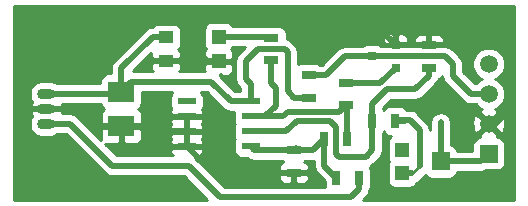
<source format=gtl>
G04 #@! TF.FileFunction,Copper,L1,Top,Signal*
%FSLAX46Y46*%
G04 Gerber Fmt 4.6, Leading zero omitted, Abs format (unit mm)*
G04 Created by KiCad (PCBNEW 4.0.1-stable) date Tuesday, March 29, 2016 'AMt' 12:53:49 AM*
%MOMM*%
G01*
G04 APERTURE LIST*
%ADD10C,0.100000*%
%ADD11R,2.230000X1.800000*%
%ADD12R,1.250000X1.000000*%
%ADD13R,1.198880X1.198880*%
%ADD14R,1.500000X1.500000*%
%ADD15C,1.500000*%
%ADD16R,0.800100X0.800100*%
%ADD17R,0.700000X1.300000*%
%ADD18R,1.300000X0.700000*%
%ADD19R,1.200000X1.200000*%
%ADD20R,1.500000X1.600000*%
%ADD21O,1.501140X0.899160*%
%ADD22R,1.550000X0.600000*%
%ADD23C,0.508000*%
%ADD24C,0.250000*%
%ADD25C,0.254000*%
G04 APERTURE END LIST*
D10*
D11*
X127635000Y-104330000D03*
X127635000Y-101410000D03*
D12*
X131445000Y-96790000D03*
X131445000Y-98790000D03*
D13*
X135890000Y-96740980D03*
X135890000Y-98839020D03*
D14*
X158750000Y-106680000D03*
D15*
X158750000Y-104140000D03*
X158750000Y-101600000D03*
X158750000Y-99060000D03*
D16*
X150860760Y-99375000D03*
X150860760Y-97475000D03*
X148861780Y-98425000D03*
D17*
X148910000Y-103886000D03*
X150810000Y-103886000D03*
D18*
X153670000Y-97475000D03*
X153670000Y-99375000D03*
D17*
X147762000Y-108712000D03*
X145862000Y-108712000D03*
D18*
X142240000Y-106365000D03*
X142240000Y-108265000D03*
D17*
X146746000Y-105410000D03*
X144846000Y-105410000D03*
D18*
X140335000Y-98740000D03*
X140335000Y-96840000D03*
X146685000Y-100650000D03*
X146685000Y-102550000D03*
X143510000Y-101915000D03*
X143510000Y-100015000D03*
D19*
X151435000Y-106315000D03*
X151435000Y-108315000D03*
D20*
X154685000Y-107315000D03*
D21*
X121285000Y-102870000D03*
X121285000Y-104140000D03*
X121285000Y-101600000D03*
D22*
X133190000Y-102235000D03*
X133190000Y-103505000D03*
X133190000Y-104775000D03*
X133190000Y-106045000D03*
X138590000Y-106045000D03*
X138590000Y-104775000D03*
X138590000Y-103505000D03*
X138590000Y-102235000D03*
D23*
X129667000Y-104267000D02*
X130937000Y-104267000D01*
X130937000Y-104267000D02*
X131445000Y-104775000D01*
X121285000Y-102870000D02*
X119888000Y-102870000D01*
X133858000Y-95504000D02*
X134112000Y-95758000D01*
X129667000Y-95504000D02*
X133858000Y-95504000D01*
X125730000Y-99441000D02*
X129667000Y-95504000D01*
X121158000Y-99441000D02*
X125730000Y-99441000D01*
X119634000Y-100965000D02*
X121158000Y-99441000D01*
X119634000Y-102616000D02*
X119634000Y-100965000D01*
X119888000Y-102870000D02*
X119634000Y-102616000D01*
X153670000Y-97475000D02*
X156779000Y-97475000D01*
X160528000Y-102870000D02*
X159258000Y-104140000D01*
X160528000Y-97536000D02*
X160528000Y-102870000D01*
X160274000Y-97282000D02*
X160528000Y-97536000D01*
X156972000Y-97282000D02*
X160274000Y-97282000D01*
X156779000Y-97475000D02*
X156972000Y-97282000D01*
X159258000Y-104140000D02*
X158750000Y-104140000D01*
X135890000Y-98839020D02*
X134907020Y-98839020D01*
X134907020Y-98839020D02*
X134112000Y-98044000D01*
X134112000Y-98044000D02*
X134112000Y-95758000D01*
X148381760Y-94996000D02*
X150860760Y-97475000D01*
X134112000Y-95758000D02*
X134874000Y-94996000D01*
X134874000Y-94996000D02*
X148381760Y-94996000D01*
X121285000Y-102870000D02*
X124460000Y-102870000D01*
X124460000Y-102870000D02*
X125920000Y-104330000D01*
X125920000Y-104330000D02*
X127635000Y-104330000D01*
X142240000Y-108265000D02*
X140777000Y-108265000D01*
X134587000Y-107442000D02*
X133190000Y-106045000D01*
X139954000Y-107442000D02*
X134587000Y-107442000D01*
X140777000Y-108265000D02*
X139954000Y-107442000D01*
X133190000Y-104775000D02*
X131445000Y-104775000D01*
X135890000Y-98839020D02*
X131494020Y-98839020D01*
X129667000Y-104267000D02*
X129604000Y-104330000D01*
X129604000Y-104330000D02*
X127635000Y-104330000D01*
X133190000Y-103505000D02*
X133190000Y-104775000D01*
X133190000Y-104775000D02*
X133190000Y-106045000D01*
X150860760Y-97475000D02*
X153670000Y-97475000D01*
X138590000Y-102235000D02*
X136906000Y-102235000D01*
X135255000Y-100584000D02*
X128461000Y-100584000D01*
X136906000Y-102235000D02*
X135255000Y-100584000D01*
X128461000Y-100584000D02*
X127635000Y-101410000D01*
X154685000Y-107315000D02*
X154685000Y-104012000D01*
X121285000Y-101600000D02*
X127445000Y-101600000D01*
X127445000Y-101600000D02*
X127635000Y-101410000D01*
X131445000Y-96790000D02*
X130286000Y-96790000D01*
X127635000Y-99441000D02*
X127635000Y-101410000D01*
X130286000Y-96790000D02*
X127635000Y-99441000D01*
X138590000Y-102235000D02*
X138590000Y-100744000D01*
X141732000Y-98044000D02*
X141732000Y-101346000D01*
X141732000Y-101346000D02*
X142301000Y-101915000D01*
X142301000Y-101915000D02*
X143510000Y-101915000D01*
X141478000Y-97790000D02*
X141732000Y-98044000D01*
X139192000Y-97790000D02*
X141478000Y-97790000D01*
X138176000Y-98806000D02*
X139192000Y-97790000D01*
X138176000Y-100330000D02*
X138176000Y-98806000D01*
X138590000Y-100744000D02*
X138176000Y-100330000D01*
X154685000Y-107315000D02*
X158115000Y-107315000D01*
X158115000Y-107315000D02*
X158750000Y-106680000D01*
X135890000Y-96740980D02*
X140235980Y-96740980D01*
X140235980Y-96740980D02*
X140335000Y-96840000D01*
X148861780Y-98425000D02*
X155067000Y-98425000D01*
X157226000Y-101600000D02*
X158750000Y-101600000D01*
X155702000Y-100076000D02*
X157226000Y-101600000D01*
X155702000Y-99060000D02*
X155702000Y-100076000D01*
X155067000Y-98425000D02*
X155702000Y-99060000D01*
X143510000Y-100015000D02*
X144968000Y-100015000D01*
X146558000Y-98425000D02*
X148861780Y-98425000D01*
X144968000Y-100015000D02*
X146558000Y-98425000D01*
X121285000Y-104140000D02*
X123317000Y-104140000D01*
X147762000Y-109667000D02*
X147762000Y-108712000D01*
X147066000Y-110363000D02*
X147762000Y-109667000D01*
X136017000Y-110363000D02*
X147066000Y-110363000D01*
X133350000Y-107696000D02*
X136017000Y-110363000D01*
X126873000Y-107696000D02*
X133350000Y-107696000D01*
X123317000Y-104140000D02*
X126873000Y-107696000D01*
X146685000Y-100650000D02*
X149585760Y-100650000D01*
X149585760Y-100650000D02*
X150860760Y-99375000D01*
X148910000Y-103886000D02*
X148910000Y-102423000D01*
X153670000Y-100076000D02*
X153670000Y-99375000D01*
X152527000Y-101219000D02*
X153670000Y-100076000D01*
X150114000Y-101219000D02*
X152527000Y-101219000D01*
X148910000Y-102423000D02*
X150114000Y-101219000D01*
X138590000Y-104775000D02*
X141605000Y-104775000D01*
X148910000Y-106360000D02*
X148910000Y-103886000D01*
X148336000Y-106934000D02*
X148910000Y-106360000D01*
X146050000Y-106934000D02*
X148336000Y-106934000D01*
X145796000Y-106680000D02*
X146050000Y-106934000D01*
X145796000Y-104394000D02*
X145796000Y-106680000D01*
X145288000Y-103886000D02*
X145796000Y-104394000D01*
X142494000Y-103886000D02*
X145288000Y-103886000D01*
X141605000Y-104775000D02*
X142494000Y-103886000D01*
X150810000Y-103886000D02*
X151638000Y-103886000D01*
X151638000Y-103886000D02*
X151638000Y-103820000D01*
X151130000Y-103820000D02*
X151638000Y-103820000D01*
X151638000Y-103820000D02*
X152080000Y-103820000D01*
X152289000Y-108315000D02*
X151435000Y-108315000D01*
D24*
X152908000Y-107696000D02*
X152289000Y-108315000D01*
D23*
X152908000Y-104648000D02*
X152908000Y-107696000D01*
X152080000Y-103820000D02*
X152908000Y-104648000D01*
X142240000Y-106365000D02*
X143891000Y-106365000D01*
X143891000Y-106365000D02*
X144846000Y-105410000D01*
X144846000Y-105410000D02*
X144846000Y-107696000D01*
X144846000Y-107696000D02*
X145862000Y-108712000D01*
X142433000Y-106172000D02*
X142240000Y-106365000D01*
X142240000Y-106365000D02*
X138910000Y-106365000D01*
X138910000Y-106365000D02*
X138590000Y-106045000D01*
X146746000Y-105410000D02*
X146746000Y-102611000D01*
X146746000Y-102611000D02*
X146685000Y-102550000D01*
X139827000Y-103505000D02*
X141351000Y-103505000D01*
X146111000Y-103124000D02*
X146685000Y-102550000D01*
X141732000Y-103124000D02*
X146111000Y-103124000D01*
X141351000Y-103505000D02*
X141732000Y-103124000D01*
X138590000Y-103505000D02*
X139827000Y-103505000D01*
X140335000Y-100711000D02*
X140335000Y-98740000D01*
X140716000Y-101092000D02*
X140335000Y-100711000D01*
X140716000Y-102616000D02*
X140716000Y-101092000D01*
X139827000Y-103505000D02*
X140716000Y-102616000D01*
D25*
G36*
X160909000Y-110542000D02*
X148144236Y-110542000D01*
X148390618Y-110295618D01*
X148583330Y-110007205D01*
X148642318Y-109710650D01*
X148708431Y-109613890D01*
X148759440Y-109362000D01*
X148759440Y-108062000D01*
X148715162Y-107826683D01*
X148670037Y-107756556D01*
X148676206Y-107755329D01*
X148964618Y-107562618D01*
X149538618Y-106988618D01*
X149731330Y-106700205D01*
X149799000Y-106360000D01*
X149799000Y-104871943D01*
X149856431Y-104787890D01*
X149859081Y-104774803D01*
X149995910Y-104987441D01*
X150208110Y-105132431D01*
X150460000Y-105183440D01*
X150488410Y-105183440D01*
X150383559Y-105250910D01*
X150238569Y-105463110D01*
X150187560Y-105715000D01*
X150187560Y-106915000D01*
X150231838Y-107150317D01*
X150338759Y-107316477D01*
X150238569Y-107463110D01*
X150187560Y-107715000D01*
X150187560Y-108915000D01*
X150231838Y-109150317D01*
X150370910Y-109366441D01*
X150583110Y-109511431D01*
X150835000Y-109562440D01*
X152035000Y-109562440D01*
X152270317Y-109518162D01*
X152486441Y-109379090D01*
X152631431Y-109166890D01*
X152638936Y-109129827D01*
X152917618Y-108943618D01*
X153401955Y-108459281D01*
X153470910Y-108566441D01*
X153683110Y-108711431D01*
X153935000Y-108762440D01*
X155435000Y-108762440D01*
X155670317Y-108718162D01*
X155886441Y-108579090D01*
X156031431Y-108366890D01*
X156064417Y-108204000D01*
X158115000Y-108204000D01*
X158455206Y-108136329D01*
X158543339Y-108077440D01*
X159500000Y-108077440D01*
X159735317Y-108033162D01*
X159951441Y-107894090D01*
X160096431Y-107681890D01*
X160147440Y-107430000D01*
X160147440Y-105930000D01*
X160103162Y-105694683D01*
X159964090Y-105478559D01*
X159751890Y-105333569D01*
X159500000Y-105282560D01*
X159493647Y-105282560D01*
X159541912Y-105111517D01*
X158750000Y-104319605D01*
X157958088Y-105111517D01*
X158006353Y-105282560D01*
X158000000Y-105282560D01*
X157764683Y-105326838D01*
X157548559Y-105465910D01*
X157403569Y-105678110D01*
X157352560Y-105930000D01*
X157352560Y-106426000D01*
X156065693Y-106426000D01*
X156038162Y-106279683D01*
X155899090Y-106063559D01*
X155686890Y-105918569D01*
X155574000Y-105895708D01*
X155574000Y-104012000D01*
X155558718Y-103935171D01*
X157352799Y-103935171D01*
X157380770Y-104485448D01*
X157537540Y-104863923D01*
X157778483Y-104931912D01*
X158570395Y-104140000D01*
X158929605Y-104140000D01*
X159721517Y-104931912D01*
X159962460Y-104863923D01*
X160147201Y-104344829D01*
X160119230Y-103794552D01*
X159962460Y-103416077D01*
X159721517Y-103348088D01*
X158929605Y-104140000D01*
X158570395Y-104140000D01*
X157778483Y-103348088D01*
X157537540Y-103416077D01*
X157352799Y-103935171D01*
X155558718Y-103935171D01*
X155506329Y-103671794D01*
X155313618Y-103383382D01*
X155025206Y-103190671D01*
X154685000Y-103123000D01*
X154344794Y-103190671D01*
X154056382Y-103383382D01*
X153863671Y-103671794D01*
X153796000Y-104012000D01*
X153796000Y-104642973D01*
X153729329Y-104307794D01*
X153536618Y-104019382D01*
X152708618Y-103191382D01*
X152649514Y-103151890D01*
X152420206Y-102998671D01*
X152080000Y-102931000D01*
X151718322Y-102931000D01*
X151624090Y-102784559D01*
X151411890Y-102639569D01*
X151160000Y-102588560D01*
X150460000Y-102588560D01*
X150224683Y-102632838D01*
X150008559Y-102771910D01*
X149863569Y-102984110D01*
X149860919Y-102997197D01*
X149799000Y-102900972D01*
X149799000Y-102791236D01*
X150482236Y-102108000D01*
X152527000Y-102108000D01*
X152867206Y-102040329D01*
X153155618Y-101847618D01*
X154298618Y-100704618D01*
X154379212Y-100584000D01*
X154491329Y-100416206D01*
X154507035Y-100337247D01*
X154555317Y-100328162D01*
X154771441Y-100189090D01*
X154821052Y-100116481D01*
X154880671Y-100416206D01*
X154992788Y-100584000D01*
X155073382Y-100704618D01*
X156597382Y-102228618D01*
X156885794Y-102421329D01*
X157226000Y-102489000D01*
X157680470Y-102489000D01*
X157964436Y-102773461D01*
X158180979Y-102863377D01*
X158026077Y-102927540D01*
X157958088Y-103168483D01*
X158750000Y-103960395D01*
X159541912Y-103168483D01*
X159473923Y-102927540D01*
X159307379Y-102868268D01*
X159533515Y-102774831D01*
X159923461Y-102385564D01*
X160134759Y-101876702D01*
X160135240Y-101325715D01*
X159924831Y-100816485D01*
X159535564Y-100426539D01*
X159303130Y-100330024D01*
X159533515Y-100234831D01*
X159923461Y-99845564D01*
X160134759Y-99336702D01*
X160135240Y-98785715D01*
X159924831Y-98276485D01*
X159535564Y-97886539D01*
X159026702Y-97675241D01*
X158475715Y-97674760D01*
X157966485Y-97885169D01*
X157576539Y-98274436D01*
X157365241Y-98783298D01*
X157364760Y-99334285D01*
X157575169Y-99843515D01*
X157964436Y-100233461D01*
X158196870Y-100329976D01*
X157966485Y-100425169D01*
X157680155Y-100711000D01*
X157594236Y-100711000D01*
X156591000Y-99707764D01*
X156591000Y-99060000D01*
X156541746Y-98812382D01*
X156523330Y-98719795D01*
X156330618Y-98431382D01*
X155695618Y-97796382D01*
X155642291Y-97760750D01*
X155407206Y-97603671D01*
X155067000Y-97536000D01*
X149671024Y-97536000D01*
X149513720Y-97428519D01*
X149261830Y-97377510D01*
X148461730Y-97377510D01*
X148226413Y-97421788D01*
X148048923Y-97536000D01*
X146558000Y-97536000D01*
X146217795Y-97603670D01*
X145929382Y-97796382D01*
X144599764Y-99126000D01*
X144495943Y-99126000D01*
X144411890Y-99068569D01*
X144160000Y-99017560D01*
X142860000Y-99017560D01*
X142624683Y-99061838D01*
X142621000Y-99064208D01*
X142621000Y-98044000D01*
X142553329Y-97703794D01*
X142360618Y-97415382D01*
X142106618Y-97161382D01*
X141986596Y-97081186D01*
X141818206Y-96968671D01*
X141717508Y-96948641D01*
X149825710Y-96948641D01*
X149825710Y-97189250D01*
X149984460Y-97348000D01*
X150733760Y-97348000D01*
X150733760Y-96598700D01*
X150987760Y-96598700D01*
X150987760Y-97348000D01*
X151737060Y-97348000D01*
X151895810Y-97189250D01*
X151895810Y-96998691D01*
X152385000Y-96998691D01*
X152385000Y-97189250D01*
X152543750Y-97348000D01*
X153543000Y-97348000D01*
X153543000Y-96648750D01*
X153797000Y-96648750D01*
X153797000Y-97348000D01*
X154796250Y-97348000D01*
X154955000Y-97189250D01*
X154955000Y-96998691D01*
X154858327Y-96765302D01*
X154679699Y-96586673D01*
X154446310Y-96490000D01*
X153955750Y-96490000D01*
X153797000Y-96648750D01*
X153543000Y-96648750D01*
X153384250Y-96490000D01*
X152893690Y-96490000D01*
X152660301Y-96586673D01*
X152481673Y-96765302D01*
X152385000Y-96998691D01*
X151895810Y-96998691D01*
X151895810Y-96948641D01*
X151799137Y-96715252D01*
X151620509Y-96536623D01*
X151387120Y-96439950D01*
X151146510Y-96439950D01*
X150987760Y-96598700D01*
X150733760Y-96598700D01*
X150575010Y-96439950D01*
X150334400Y-96439950D01*
X150101011Y-96536623D01*
X149922383Y-96715252D01*
X149825710Y-96948641D01*
X141717508Y-96948641D01*
X141632440Y-96931720D01*
X141632440Y-96490000D01*
X141588162Y-96254683D01*
X141449090Y-96038559D01*
X141236890Y-95893569D01*
X140985000Y-95842560D01*
X139685000Y-95842560D01*
X139634937Y-95851980D01*
X137057698Y-95851980D01*
X136953530Y-95690099D01*
X136741330Y-95545109D01*
X136489440Y-95494100D01*
X135290560Y-95494100D01*
X135055243Y-95538378D01*
X134839119Y-95677450D01*
X134694129Y-95889650D01*
X134643120Y-96141540D01*
X134643120Y-97340420D01*
X134687398Y-97575737D01*
X134826470Y-97791861D01*
X134834659Y-97797456D01*
X134752233Y-97879882D01*
X134655560Y-98113271D01*
X134655560Y-98553270D01*
X134814310Y-98712020D01*
X135763000Y-98712020D01*
X135763000Y-98692020D01*
X136017000Y-98692020D01*
X136017000Y-98712020D01*
X136965690Y-98712020D01*
X137124440Y-98553270D01*
X137124440Y-98113271D01*
X137027767Y-97879882D01*
X136945555Y-97797669D01*
X137060132Y-97629980D01*
X138094784Y-97629980D01*
X137547382Y-98177382D01*
X137354671Y-98465794D01*
X137287000Y-98806000D01*
X137287000Y-100330000D01*
X137354671Y-100670206D01*
X137452412Y-100816485D01*
X137547382Y-100958618D01*
X137701000Y-101112236D01*
X137701000Y-101309011D01*
X137579683Y-101331838D01*
X137557675Y-101346000D01*
X137274236Y-101346000D01*
X136001696Y-100073460D01*
X136017002Y-100073460D01*
X136017002Y-99914712D01*
X136175750Y-100073460D01*
X136615750Y-100073460D01*
X136849139Y-99976787D01*
X137027767Y-99798158D01*
X137124440Y-99564769D01*
X137124440Y-99124770D01*
X136965690Y-98966020D01*
X136017000Y-98966020D01*
X136017000Y-98986020D01*
X135763000Y-98986020D01*
X135763000Y-98966020D01*
X134814310Y-98966020D01*
X134655560Y-99124770D01*
X134655560Y-99564769D01*
X134709504Y-99695000D01*
X132563025Y-99695000D01*
X132608327Y-99649698D01*
X132705000Y-99416309D01*
X132705000Y-99075750D01*
X132546250Y-98917000D01*
X131572000Y-98917000D01*
X131572000Y-98937000D01*
X131318000Y-98937000D01*
X131318000Y-98917000D01*
X130343750Y-98917000D01*
X130185000Y-99075750D01*
X130185000Y-99416309D01*
X130281673Y-99649698D01*
X130326975Y-99695000D01*
X128638236Y-99695000D01*
X130195928Y-98137308D01*
X130185000Y-98163691D01*
X130185000Y-98504250D01*
X130343750Y-98663000D01*
X131318000Y-98663000D01*
X131318000Y-98643000D01*
X131572000Y-98643000D01*
X131572000Y-98663000D01*
X132546250Y-98663000D01*
X132705000Y-98504250D01*
X132705000Y-98163691D01*
X132608327Y-97930302D01*
X132467090Y-97789064D01*
X132521441Y-97754090D01*
X132666431Y-97541890D01*
X132717440Y-97290000D01*
X132717440Y-96290000D01*
X132673162Y-96054683D01*
X132534090Y-95838559D01*
X132321890Y-95693569D01*
X132070000Y-95642560D01*
X130820000Y-95642560D01*
X130584683Y-95686838D01*
X130368559Y-95825910D01*
X130317252Y-95901000D01*
X130286000Y-95901000D01*
X129945794Y-95968671D01*
X129730746Y-96112362D01*
X129657382Y-96161382D01*
X127006382Y-98812382D01*
X126813671Y-99100794D01*
X126746000Y-99441000D01*
X126746000Y-99862560D01*
X126520000Y-99862560D01*
X126284683Y-99906838D01*
X126068559Y-100045910D01*
X125923569Y-100258110D01*
X125872560Y-100510000D01*
X125872560Y-100711000D01*
X122197334Y-100711000D01*
X122028186Y-100597979D01*
X121613135Y-100515420D01*
X120956865Y-100515420D01*
X120541814Y-100597979D01*
X120189951Y-100833086D01*
X119954844Y-101184949D01*
X119872285Y-101600000D01*
X119954844Y-102015051D01*
X120104641Y-102239238D01*
X119940019Y-102576065D01*
X120066932Y-102743000D01*
X121158000Y-102743000D01*
X121158000Y-102723000D01*
X121412000Y-102723000D01*
X121412000Y-102743000D01*
X122503068Y-102743000D01*
X122629981Y-102576065D01*
X122587428Y-102489000D01*
X125906241Y-102489000D01*
X125916838Y-102545317D01*
X126055910Y-102761441D01*
X126213973Y-102869441D01*
X126160301Y-102891673D01*
X125981673Y-103070302D01*
X125885000Y-103303691D01*
X125885000Y-104044250D01*
X126043750Y-104203000D01*
X127508000Y-104203000D01*
X127508000Y-104183000D01*
X127762000Y-104183000D01*
X127762000Y-104203000D01*
X129226250Y-104203000D01*
X129385000Y-104044250D01*
X129385000Y-103790750D01*
X131780000Y-103790750D01*
X131780000Y-103931310D01*
X131866442Y-104140000D01*
X131780000Y-104348690D01*
X131780000Y-104489250D01*
X131938750Y-104648000D01*
X133063000Y-104648000D01*
X133063000Y-103632000D01*
X133317000Y-103632000D01*
X133317000Y-104648000D01*
X134441250Y-104648000D01*
X134600000Y-104489250D01*
X134600000Y-104348690D01*
X134513558Y-104140000D01*
X134600000Y-103931310D01*
X134600000Y-103790750D01*
X134441250Y-103632000D01*
X133317000Y-103632000D01*
X133063000Y-103632000D01*
X131938750Y-103632000D01*
X131780000Y-103790750D01*
X129385000Y-103790750D01*
X129385000Y-103303691D01*
X129288327Y-103070302D01*
X129109699Y-102891673D01*
X129054344Y-102868744D01*
X129201441Y-102774090D01*
X129346431Y-102561890D01*
X129397440Y-102310000D01*
X129397440Y-101473000D01*
X131962131Y-101473000D01*
X131818569Y-101683110D01*
X131767560Y-101935000D01*
X131767560Y-102535000D01*
X131811838Y-102770317D01*
X131870178Y-102860980D01*
X131780000Y-103078690D01*
X131780000Y-103219250D01*
X131938750Y-103378000D01*
X133063000Y-103378000D01*
X133063000Y-103358000D01*
X133317000Y-103358000D01*
X133317000Y-103378000D01*
X134441250Y-103378000D01*
X134600000Y-103219250D01*
X134600000Y-103078690D01*
X134510194Y-102861878D01*
X134561431Y-102786890D01*
X134612440Y-102535000D01*
X134612440Y-101935000D01*
X134568162Y-101699683D01*
X134429090Y-101483559D01*
X134413636Y-101473000D01*
X134886764Y-101473000D01*
X136277382Y-102863618D01*
X136565795Y-103056330D01*
X136906000Y-103124000D01*
X137183963Y-103124000D01*
X137167560Y-103205000D01*
X137167560Y-103805000D01*
X137211838Y-104040317D01*
X137275678Y-104139528D01*
X137218569Y-104223110D01*
X137167560Y-104475000D01*
X137167560Y-105075000D01*
X137211838Y-105310317D01*
X137275678Y-105409528D01*
X137218569Y-105493110D01*
X137167560Y-105745000D01*
X137167560Y-106345000D01*
X137211838Y-106580317D01*
X137350910Y-106796441D01*
X137563110Y-106941431D01*
X137815000Y-106992440D01*
X138280204Y-106992440D01*
X138281382Y-106993618D01*
X138569794Y-107186329D01*
X138910000Y-107254000D01*
X141254057Y-107254000D01*
X141338110Y-107311431D01*
X141371490Y-107318191D01*
X141230301Y-107376673D01*
X141051673Y-107555302D01*
X140955000Y-107788691D01*
X140955000Y-107979250D01*
X141113750Y-108138000D01*
X142113000Y-108138000D01*
X142113000Y-108118000D01*
X142367000Y-108118000D01*
X142367000Y-108138000D01*
X143366250Y-108138000D01*
X143525000Y-107979250D01*
X143525000Y-107788691D01*
X143428327Y-107555302D01*
X143249699Y-107376673D01*
X143113713Y-107320346D01*
X143125317Y-107318162D01*
X143225028Y-107254000D01*
X143891000Y-107254000D01*
X143957000Y-107240872D01*
X143957000Y-107696000D01*
X144024671Y-108036206D01*
X144092688Y-108138000D01*
X144217382Y-108324618D01*
X144864560Y-108971796D01*
X144864560Y-109362000D01*
X144885634Y-109474000D01*
X136385236Y-109474000D01*
X135461986Y-108550750D01*
X140955000Y-108550750D01*
X140955000Y-108741309D01*
X141051673Y-108974698D01*
X141230301Y-109153327D01*
X141463690Y-109250000D01*
X141954250Y-109250000D01*
X142113000Y-109091250D01*
X142113000Y-108392000D01*
X142367000Y-108392000D01*
X142367000Y-109091250D01*
X142525750Y-109250000D01*
X143016310Y-109250000D01*
X143249699Y-109153327D01*
X143428327Y-108974698D01*
X143525000Y-108741309D01*
X143525000Y-108550750D01*
X143366250Y-108392000D01*
X142367000Y-108392000D01*
X142113000Y-108392000D01*
X141113750Y-108392000D01*
X140955000Y-108550750D01*
X135461986Y-108550750D01*
X133978618Y-107067382D01*
X133908014Y-107020206D01*
X133847842Y-106980000D01*
X134091309Y-106980000D01*
X134324698Y-106883327D01*
X134503327Y-106704699D01*
X134600000Y-106471310D01*
X134600000Y-106330750D01*
X134441250Y-106172000D01*
X133317000Y-106172000D01*
X133317000Y-106192000D01*
X133063000Y-106192000D01*
X133063000Y-106172000D01*
X131938750Y-106172000D01*
X131780000Y-106330750D01*
X131780000Y-106471310D01*
X131876673Y-106704699D01*
X131978975Y-106807000D01*
X127241236Y-106807000D01*
X126232447Y-105798211D01*
X126393690Y-105865000D01*
X127349250Y-105865000D01*
X127508000Y-105706250D01*
X127508000Y-104457000D01*
X127762000Y-104457000D01*
X127762000Y-105706250D01*
X127920750Y-105865000D01*
X128876310Y-105865000D01*
X129109699Y-105768327D01*
X129288327Y-105589698D01*
X129385000Y-105356309D01*
X129385000Y-105060750D01*
X131780000Y-105060750D01*
X131780000Y-105201310D01*
X131866442Y-105410000D01*
X131780000Y-105618690D01*
X131780000Y-105759250D01*
X131938750Y-105918000D01*
X133063000Y-105918000D01*
X133063000Y-104902000D01*
X133317000Y-104902000D01*
X133317000Y-105918000D01*
X134441250Y-105918000D01*
X134600000Y-105759250D01*
X134600000Y-105618690D01*
X134513558Y-105410000D01*
X134600000Y-105201310D01*
X134600000Y-105060750D01*
X134441250Y-104902000D01*
X133317000Y-104902000D01*
X133063000Y-104902000D01*
X131938750Y-104902000D01*
X131780000Y-105060750D01*
X129385000Y-105060750D01*
X129385000Y-104615750D01*
X129226250Y-104457000D01*
X127762000Y-104457000D01*
X127508000Y-104457000D01*
X126043750Y-104457000D01*
X125885000Y-104615750D01*
X125885000Y-105356309D01*
X125951790Y-105517554D01*
X123945618Y-103511382D01*
X123875014Y-103464206D01*
X123657206Y-103318671D01*
X123317000Y-103251000D01*
X122587428Y-103251000D01*
X122629981Y-103163935D01*
X122503068Y-102997000D01*
X121412000Y-102997000D01*
X121412000Y-103017000D01*
X121158000Y-103017000D01*
X121158000Y-102997000D01*
X120066932Y-102997000D01*
X119940019Y-103163935D01*
X120104641Y-103500762D01*
X119954844Y-103724949D01*
X119872285Y-104140000D01*
X119954844Y-104555051D01*
X120189951Y-104906914D01*
X120541814Y-105142021D01*
X120956865Y-105224580D01*
X121613135Y-105224580D01*
X122028186Y-105142021D01*
X122197334Y-105029000D01*
X122948764Y-105029000D01*
X126244382Y-108324618D01*
X126532794Y-108517329D01*
X126873000Y-108585000D01*
X132981764Y-108585000D01*
X134938764Y-110542000D01*
X118566000Y-110542000D01*
X118566000Y-94182000D01*
X160909000Y-94182000D01*
X160909000Y-110542000D01*
X160909000Y-110542000D01*
G37*
X160909000Y-110542000D02*
X148144236Y-110542000D01*
X148390618Y-110295618D01*
X148583330Y-110007205D01*
X148642318Y-109710650D01*
X148708431Y-109613890D01*
X148759440Y-109362000D01*
X148759440Y-108062000D01*
X148715162Y-107826683D01*
X148670037Y-107756556D01*
X148676206Y-107755329D01*
X148964618Y-107562618D01*
X149538618Y-106988618D01*
X149731330Y-106700205D01*
X149799000Y-106360000D01*
X149799000Y-104871943D01*
X149856431Y-104787890D01*
X149859081Y-104774803D01*
X149995910Y-104987441D01*
X150208110Y-105132431D01*
X150460000Y-105183440D01*
X150488410Y-105183440D01*
X150383559Y-105250910D01*
X150238569Y-105463110D01*
X150187560Y-105715000D01*
X150187560Y-106915000D01*
X150231838Y-107150317D01*
X150338759Y-107316477D01*
X150238569Y-107463110D01*
X150187560Y-107715000D01*
X150187560Y-108915000D01*
X150231838Y-109150317D01*
X150370910Y-109366441D01*
X150583110Y-109511431D01*
X150835000Y-109562440D01*
X152035000Y-109562440D01*
X152270317Y-109518162D01*
X152486441Y-109379090D01*
X152631431Y-109166890D01*
X152638936Y-109129827D01*
X152917618Y-108943618D01*
X153401955Y-108459281D01*
X153470910Y-108566441D01*
X153683110Y-108711431D01*
X153935000Y-108762440D01*
X155435000Y-108762440D01*
X155670317Y-108718162D01*
X155886441Y-108579090D01*
X156031431Y-108366890D01*
X156064417Y-108204000D01*
X158115000Y-108204000D01*
X158455206Y-108136329D01*
X158543339Y-108077440D01*
X159500000Y-108077440D01*
X159735317Y-108033162D01*
X159951441Y-107894090D01*
X160096431Y-107681890D01*
X160147440Y-107430000D01*
X160147440Y-105930000D01*
X160103162Y-105694683D01*
X159964090Y-105478559D01*
X159751890Y-105333569D01*
X159500000Y-105282560D01*
X159493647Y-105282560D01*
X159541912Y-105111517D01*
X158750000Y-104319605D01*
X157958088Y-105111517D01*
X158006353Y-105282560D01*
X158000000Y-105282560D01*
X157764683Y-105326838D01*
X157548559Y-105465910D01*
X157403569Y-105678110D01*
X157352560Y-105930000D01*
X157352560Y-106426000D01*
X156065693Y-106426000D01*
X156038162Y-106279683D01*
X155899090Y-106063559D01*
X155686890Y-105918569D01*
X155574000Y-105895708D01*
X155574000Y-104012000D01*
X155558718Y-103935171D01*
X157352799Y-103935171D01*
X157380770Y-104485448D01*
X157537540Y-104863923D01*
X157778483Y-104931912D01*
X158570395Y-104140000D01*
X158929605Y-104140000D01*
X159721517Y-104931912D01*
X159962460Y-104863923D01*
X160147201Y-104344829D01*
X160119230Y-103794552D01*
X159962460Y-103416077D01*
X159721517Y-103348088D01*
X158929605Y-104140000D01*
X158570395Y-104140000D01*
X157778483Y-103348088D01*
X157537540Y-103416077D01*
X157352799Y-103935171D01*
X155558718Y-103935171D01*
X155506329Y-103671794D01*
X155313618Y-103383382D01*
X155025206Y-103190671D01*
X154685000Y-103123000D01*
X154344794Y-103190671D01*
X154056382Y-103383382D01*
X153863671Y-103671794D01*
X153796000Y-104012000D01*
X153796000Y-104642973D01*
X153729329Y-104307794D01*
X153536618Y-104019382D01*
X152708618Y-103191382D01*
X152649514Y-103151890D01*
X152420206Y-102998671D01*
X152080000Y-102931000D01*
X151718322Y-102931000D01*
X151624090Y-102784559D01*
X151411890Y-102639569D01*
X151160000Y-102588560D01*
X150460000Y-102588560D01*
X150224683Y-102632838D01*
X150008559Y-102771910D01*
X149863569Y-102984110D01*
X149860919Y-102997197D01*
X149799000Y-102900972D01*
X149799000Y-102791236D01*
X150482236Y-102108000D01*
X152527000Y-102108000D01*
X152867206Y-102040329D01*
X153155618Y-101847618D01*
X154298618Y-100704618D01*
X154379212Y-100584000D01*
X154491329Y-100416206D01*
X154507035Y-100337247D01*
X154555317Y-100328162D01*
X154771441Y-100189090D01*
X154821052Y-100116481D01*
X154880671Y-100416206D01*
X154992788Y-100584000D01*
X155073382Y-100704618D01*
X156597382Y-102228618D01*
X156885794Y-102421329D01*
X157226000Y-102489000D01*
X157680470Y-102489000D01*
X157964436Y-102773461D01*
X158180979Y-102863377D01*
X158026077Y-102927540D01*
X157958088Y-103168483D01*
X158750000Y-103960395D01*
X159541912Y-103168483D01*
X159473923Y-102927540D01*
X159307379Y-102868268D01*
X159533515Y-102774831D01*
X159923461Y-102385564D01*
X160134759Y-101876702D01*
X160135240Y-101325715D01*
X159924831Y-100816485D01*
X159535564Y-100426539D01*
X159303130Y-100330024D01*
X159533515Y-100234831D01*
X159923461Y-99845564D01*
X160134759Y-99336702D01*
X160135240Y-98785715D01*
X159924831Y-98276485D01*
X159535564Y-97886539D01*
X159026702Y-97675241D01*
X158475715Y-97674760D01*
X157966485Y-97885169D01*
X157576539Y-98274436D01*
X157365241Y-98783298D01*
X157364760Y-99334285D01*
X157575169Y-99843515D01*
X157964436Y-100233461D01*
X158196870Y-100329976D01*
X157966485Y-100425169D01*
X157680155Y-100711000D01*
X157594236Y-100711000D01*
X156591000Y-99707764D01*
X156591000Y-99060000D01*
X156541746Y-98812382D01*
X156523330Y-98719795D01*
X156330618Y-98431382D01*
X155695618Y-97796382D01*
X155642291Y-97760750D01*
X155407206Y-97603671D01*
X155067000Y-97536000D01*
X149671024Y-97536000D01*
X149513720Y-97428519D01*
X149261830Y-97377510D01*
X148461730Y-97377510D01*
X148226413Y-97421788D01*
X148048923Y-97536000D01*
X146558000Y-97536000D01*
X146217795Y-97603670D01*
X145929382Y-97796382D01*
X144599764Y-99126000D01*
X144495943Y-99126000D01*
X144411890Y-99068569D01*
X144160000Y-99017560D01*
X142860000Y-99017560D01*
X142624683Y-99061838D01*
X142621000Y-99064208D01*
X142621000Y-98044000D01*
X142553329Y-97703794D01*
X142360618Y-97415382D01*
X142106618Y-97161382D01*
X141986596Y-97081186D01*
X141818206Y-96968671D01*
X141717508Y-96948641D01*
X149825710Y-96948641D01*
X149825710Y-97189250D01*
X149984460Y-97348000D01*
X150733760Y-97348000D01*
X150733760Y-96598700D01*
X150987760Y-96598700D01*
X150987760Y-97348000D01*
X151737060Y-97348000D01*
X151895810Y-97189250D01*
X151895810Y-96998691D01*
X152385000Y-96998691D01*
X152385000Y-97189250D01*
X152543750Y-97348000D01*
X153543000Y-97348000D01*
X153543000Y-96648750D01*
X153797000Y-96648750D01*
X153797000Y-97348000D01*
X154796250Y-97348000D01*
X154955000Y-97189250D01*
X154955000Y-96998691D01*
X154858327Y-96765302D01*
X154679699Y-96586673D01*
X154446310Y-96490000D01*
X153955750Y-96490000D01*
X153797000Y-96648750D01*
X153543000Y-96648750D01*
X153384250Y-96490000D01*
X152893690Y-96490000D01*
X152660301Y-96586673D01*
X152481673Y-96765302D01*
X152385000Y-96998691D01*
X151895810Y-96998691D01*
X151895810Y-96948641D01*
X151799137Y-96715252D01*
X151620509Y-96536623D01*
X151387120Y-96439950D01*
X151146510Y-96439950D01*
X150987760Y-96598700D01*
X150733760Y-96598700D01*
X150575010Y-96439950D01*
X150334400Y-96439950D01*
X150101011Y-96536623D01*
X149922383Y-96715252D01*
X149825710Y-96948641D01*
X141717508Y-96948641D01*
X141632440Y-96931720D01*
X141632440Y-96490000D01*
X141588162Y-96254683D01*
X141449090Y-96038559D01*
X141236890Y-95893569D01*
X140985000Y-95842560D01*
X139685000Y-95842560D01*
X139634937Y-95851980D01*
X137057698Y-95851980D01*
X136953530Y-95690099D01*
X136741330Y-95545109D01*
X136489440Y-95494100D01*
X135290560Y-95494100D01*
X135055243Y-95538378D01*
X134839119Y-95677450D01*
X134694129Y-95889650D01*
X134643120Y-96141540D01*
X134643120Y-97340420D01*
X134687398Y-97575737D01*
X134826470Y-97791861D01*
X134834659Y-97797456D01*
X134752233Y-97879882D01*
X134655560Y-98113271D01*
X134655560Y-98553270D01*
X134814310Y-98712020D01*
X135763000Y-98712020D01*
X135763000Y-98692020D01*
X136017000Y-98692020D01*
X136017000Y-98712020D01*
X136965690Y-98712020D01*
X137124440Y-98553270D01*
X137124440Y-98113271D01*
X137027767Y-97879882D01*
X136945555Y-97797669D01*
X137060132Y-97629980D01*
X138094784Y-97629980D01*
X137547382Y-98177382D01*
X137354671Y-98465794D01*
X137287000Y-98806000D01*
X137287000Y-100330000D01*
X137354671Y-100670206D01*
X137452412Y-100816485D01*
X137547382Y-100958618D01*
X137701000Y-101112236D01*
X137701000Y-101309011D01*
X137579683Y-101331838D01*
X137557675Y-101346000D01*
X137274236Y-101346000D01*
X136001696Y-100073460D01*
X136017002Y-100073460D01*
X136017002Y-99914712D01*
X136175750Y-100073460D01*
X136615750Y-100073460D01*
X136849139Y-99976787D01*
X137027767Y-99798158D01*
X137124440Y-99564769D01*
X137124440Y-99124770D01*
X136965690Y-98966020D01*
X136017000Y-98966020D01*
X136017000Y-98986020D01*
X135763000Y-98986020D01*
X135763000Y-98966020D01*
X134814310Y-98966020D01*
X134655560Y-99124770D01*
X134655560Y-99564769D01*
X134709504Y-99695000D01*
X132563025Y-99695000D01*
X132608327Y-99649698D01*
X132705000Y-99416309D01*
X132705000Y-99075750D01*
X132546250Y-98917000D01*
X131572000Y-98917000D01*
X131572000Y-98937000D01*
X131318000Y-98937000D01*
X131318000Y-98917000D01*
X130343750Y-98917000D01*
X130185000Y-99075750D01*
X130185000Y-99416309D01*
X130281673Y-99649698D01*
X130326975Y-99695000D01*
X128638236Y-99695000D01*
X130195928Y-98137308D01*
X130185000Y-98163691D01*
X130185000Y-98504250D01*
X130343750Y-98663000D01*
X131318000Y-98663000D01*
X131318000Y-98643000D01*
X131572000Y-98643000D01*
X131572000Y-98663000D01*
X132546250Y-98663000D01*
X132705000Y-98504250D01*
X132705000Y-98163691D01*
X132608327Y-97930302D01*
X132467090Y-97789064D01*
X132521441Y-97754090D01*
X132666431Y-97541890D01*
X132717440Y-97290000D01*
X132717440Y-96290000D01*
X132673162Y-96054683D01*
X132534090Y-95838559D01*
X132321890Y-95693569D01*
X132070000Y-95642560D01*
X130820000Y-95642560D01*
X130584683Y-95686838D01*
X130368559Y-95825910D01*
X130317252Y-95901000D01*
X130286000Y-95901000D01*
X129945794Y-95968671D01*
X129730746Y-96112362D01*
X129657382Y-96161382D01*
X127006382Y-98812382D01*
X126813671Y-99100794D01*
X126746000Y-99441000D01*
X126746000Y-99862560D01*
X126520000Y-99862560D01*
X126284683Y-99906838D01*
X126068559Y-100045910D01*
X125923569Y-100258110D01*
X125872560Y-100510000D01*
X125872560Y-100711000D01*
X122197334Y-100711000D01*
X122028186Y-100597979D01*
X121613135Y-100515420D01*
X120956865Y-100515420D01*
X120541814Y-100597979D01*
X120189951Y-100833086D01*
X119954844Y-101184949D01*
X119872285Y-101600000D01*
X119954844Y-102015051D01*
X120104641Y-102239238D01*
X119940019Y-102576065D01*
X120066932Y-102743000D01*
X121158000Y-102743000D01*
X121158000Y-102723000D01*
X121412000Y-102723000D01*
X121412000Y-102743000D01*
X122503068Y-102743000D01*
X122629981Y-102576065D01*
X122587428Y-102489000D01*
X125906241Y-102489000D01*
X125916838Y-102545317D01*
X126055910Y-102761441D01*
X126213973Y-102869441D01*
X126160301Y-102891673D01*
X125981673Y-103070302D01*
X125885000Y-103303691D01*
X125885000Y-104044250D01*
X126043750Y-104203000D01*
X127508000Y-104203000D01*
X127508000Y-104183000D01*
X127762000Y-104183000D01*
X127762000Y-104203000D01*
X129226250Y-104203000D01*
X129385000Y-104044250D01*
X129385000Y-103790750D01*
X131780000Y-103790750D01*
X131780000Y-103931310D01*
X131866442Y-104140000D01*
X131780000Y-104348690D01*
X131780000Y-104489250D01*
X131938750Y-104648000D01*
X133063000Y-104648000D01*
X133063000Y-103632000D01*
X133317000Y-103632000D01*
X133317000Y-104648000D01*
X134441250Y-104648000D01*
X134600000Y-104489250D01*
X134600000Y-104348690D01*
X134513558Y-104140000D01*
X134600000Y-103931310D01*
X134600000Y-103790750D01*
X134441250Y-103632000D01*
X133317000Y-103632000D01*
X133063000Y-103632000D01*
X131938750Y-103632000D01*
X131780000Y-103790750D01*
X129385000Y-103790750D01*
X129385000Y-103303691D01*
X129288327Y-103070302D01*
X129109699Y-102891673D01*
X129054344Y-102868744D01*
X129201441Y-102774090D01*
X129346431Y-102561890D01*
X129397440Y-102310000D01*
X129397440Y-101473000D01*
X131962131Y-101473000D01*
X131818569Y-101683110D01*
X131767560Y-101935000D01*
X131767560Y-102535000D01*
X131811838Y-102770317D01*
X131870178Y-102860980D01*
X131780000Y-103078690D01*
X131780000Y-103219250D01*
X131938750Y-103378000D01*
X133063000Y-103378000D01*
X133063000Y-103358000D01*
X133317000Y-103358000D01*
X133317000Y-103378000D01*
X134441250Y-103378000D01*
X134600000Y-103219250D01*
X134600000Y-103078690D01*
X134510194Y-102861878D01*
X134561431Y-102786890D01*
X134612440Y-102535000D01*
X134612440Y-101935000D01*
X134568162Y-101699683D01*
X134429090Y-101483559D01*
X134413636Y-101473000D01*
X134886764Y-101473000D01*
X136277382Y-102863618D01*
X136565795Y-103056330D01*
X136906000Y-103124000D01*
X137183963Y-103124000D01*
X137167560Y-103205000D01*
X137167560Y-103805000D01*
X137211838Y-104040317D01*
X137275678Y-104139528D01*
X137218569Y-104223110D01*
X137167560Y-104475000D01*
X137167560Y-105075000D01*
X137211838Y-105310317D01*
X137275678Y-105409528D01*
X137218569Y-105493110D01*
X137167560Y-105745000D01*
X137167560Y-106345000D01*
X137211838Y-106580317D01*
X137350910Y-106796441D01*
X137563110Y-106941431D01*
X137815000Y-106992440D01*
X138280204Y-106992440D01*
X138281382Y-106993618D01*
X138569794Y-107186329D01*
X138910000Y-107254000D01*
X141254057Y-107254000D01*
X141338110Y-107311431D01*
X141371490Y-107318191D01*
X141230301Y-107376673D01*
X141051673Y-107555302D01*
X140955000Y-107788691D01*
X140955000Y-107979250D01*
X141113750Y-108138000D01*
X142113000Y-108138000D01*
X142113000Y-108118000D01*
X142367000Y-108118000D01*
X142367000Y-108138000D01*
X143366250Y-108138000D01*
X143525000Y-107979250D01*
X143525000Y-107788691D01*
X143428327Y-107555302D01*
X143249699Y-107376673D01*
X143113713Y-107320346D01*
X143125317Y-107318162D01*
X143225028Y-107254000D01*
X143891000Y-107254000D01*
X143957000Y-107240872D01*
X143957000Y-107696000D01*
X144024671Y-108036206D01*
X144092688Y-108138000D01*
X144217382Y-108324618D01*
X144864560Y-108971796D01*
X144864560Y-109362000D01*
X144885634Y-109474000D01*
X136385236Y-109474000D01*
X135461986Y-108550750D01*
X140955000Y-108550750D01*
X140955000Y-108741309D01*
X141051673Y-108974698D01*
X141230301Y-109153327D01*
X141463690Y-109250000D01*
X141954250Y-109250000D01*
X142113000Y-109091250D01*
X142113000Y-108392000D01*
X142367000Y-108392000D01*
X142367000Y-109091250D01*
X142525750Y-109250000D01*
X143016310Y-109250000D01*
X143249699Y-109153327D01*
X143428327Y-108974698D01*
X143525000Y-108741309D01*
X143525000Y-108550750D01*
X143366250Y-108392000D01*
X142367000Y-108392000D01*
X142113000Y-108392000D01*
X141113750Y-108392000D01*
X140955000Y-108550750D01*
X135461986Y-108550750D01*
X133978618Y-107067382D01*
X133908014Y-107020206D01*
X133847842Y-106980000D01*
X134091309Y-106980000D01*
X134324698Y-106883327D01*
X134503327Y-106704699D01*
X134600000Y-106471310D01*
X134600000Y-106330750D01*
X134441250Y-106172000D01*
X133317000Y-106172000D01*
X133317000Y-106192000D01*
X133063000Y-106192000D01*
X133063000Y-106172000D01*
X131938750Y-106172000D01*
X131780000Y-106330750D01*
X131780000Y-106471310D01*
X131876673Y-106704699D01*
X131978975Y-106807000D01*
X127241236Y-106807000D01*
X126232447Y-105798211D01*
X126393690Y-105865000D01*
X127349250Y-105865000D01*
X127508000Y-105706250D01*
X127508000Y-104457000D01*
X127762000Y-104457000D01*
X127762000Y-105706250D01*
X127920750Y-105865000D01*
X128876310Y-105865000D01*
X129109699Y-105768327D01*
X129288327Y-105589698D01*
X129385000Y-105356309D01*
X129385000Y-105060750D01*
X131780000Y-105060750D01*
X131780000Y-105201310D01*
X131866442Y-105410000D01*
X131780000Y-105618690D01*
X131780000Y-105759250D01*
X131938750Y-105918000D01*
X133063000Y-105918000D01*
X133063000Y-104902000D01*
X133317000Y-104902000D01*
X133317000Y-105918000D01*
X134441250Y-105918000D01*
X134600000Y-105759250D01*
X134600000Y-105618690D01*
X134513558Y-105410000D01*
X134600000Y-105201310D01*
X134600000Y-105060750D01*
X134441250Y-104902000D01*
X133317000Y-104902000D01*
X133063000Y-104902000D01*
X131938750Y-104902000D01*
X131780000Y-105060750D01*
X129385000Y-105060750D01*
X129385000Y-104615750D01*
X129226250Y-104457000D01*
X127762000Y-104457000D01*
X127508000Y-104457000D01*
X126043750Y-104457000D01*
X125885000Y-104615750D01*
X125885000Y-105356309D01*
X125951790Y-105517554D01*
X123945618Y-103511382D01*
X123875014Y-103464206D01*
X123657206Y-103318671D01*
X123317000Y-103251000D01*
X122587428Y-103251000D01*
X122629981Y-103163935D01*
X122503068Y-102997000D01*
X121412000Y-102997000D01*
X121412000Y-103017000D01*
X121158000Y-103017000D01*
X121158000Y-102997000D01*
X120066932Y-102997000D01*
X119940019Y-103163935D01*
X120104641Y-103500762D01*
X119954844Y-103724949D01*
X119872285Y-104140000D01*
X119954844Y-104555051D01*
X120189951Y-104906914D01*
X120541814Y-105142021D01*
X120956865Y-105224580D01*
X121613135Y-105224580D01*
X122028186Y-105142021D01*
X122197334Y-105029000D01*
X122948764Y-105029000D01*
X126244382Y-108324618D01*
X126532794Y-108517329D01*
X126873000Y-108585000D01*
X132981764Y-108585000D01*
X134938764Y-110542000D01*
X118566000Y-110542000D01*
X118566000Y-94182000D01*
X160909000Y-94182000D01*
X160909000Y-110542000D01*
M02*

</source>
